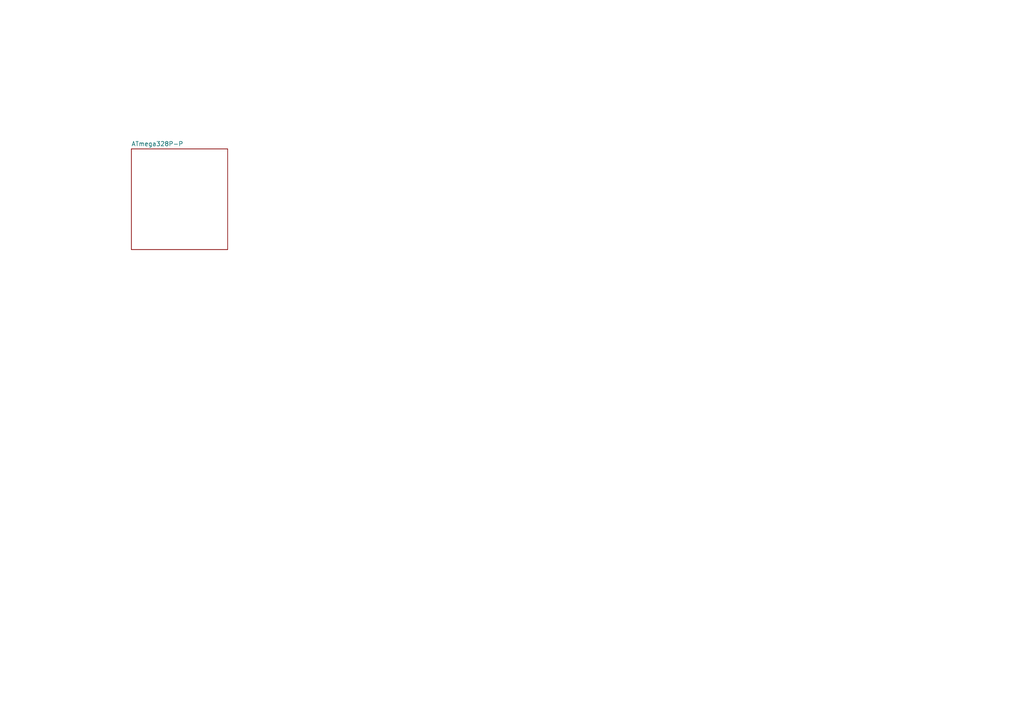
<source format=kicad_sch>
(kicad_sch
	(version 20250114)
	(generator "eeschema")
	(generator_version "9.0")
	(uuid "6bc801a6-3114-4cf0-bf8f-0b26a4bc77db")
	(paper "A4")
	(title_block
		(title "${Project Title}")
		(date "2025-08-14")
		(rev "${Revision}")
		(company "${Company Name}")
		(comment 1 "${Designed By}")
	)
	(lib_symbols)
	(sheet
		(at 38.1 43.18)
		(size 27.94 29.21)
		(exclude_from_sim no)
		(in_bom yes)
		(on_board no)
		(dnp no)
		(fields_autoplaced yes)
		(stroke
			(width 0.1524)
			(type solid)
		)
		(fill
			(color 0 0 0 0.0000)
		)
		(uuid "7ae6e8c9-8c11-4ba6-90c4-8883532066cd")
		(property "Sheetname" "ATmega328P-P"
			(at 38.1 42.4684 0)
			(effects
				(font
					(size 1.27 1.27)
				)
				(justify left bottom)
			)
		)
		(property "Sheetfile" "Shrimps/Shrimp ATmega328P-P.kicad_sch"
			(at 38.1 72.9746 0)
			(effects
				(font
					(size 1.27 1.27)
				)
				(justify left top)
				(hide yes)
			)
		)
		(instances
			(project "common"
				(path "/4f572b99-5eee-4690-a22b-0d608e2cc8a2/dbbfd8d6-519b-46ce-9f06-a22221cb98b9"
					(page "3")
				)
			)
		)
	)
)

</source>
